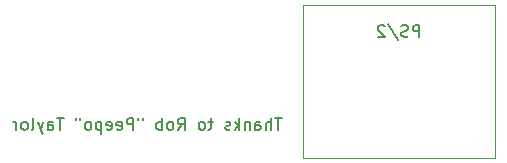
<source format=gbr>
%TF.GenerationSoftware,KiCad,Pcbnew,(6.0.0)*%
%TF.CreationDate,2022-08-27T02:03:40+01:00*%
%TF.ProjectId,AMSK6128r1,414d534b-3631-4323-9872-312e6b696361,rev?*%
%TF.SameCoordinates,Original*%
%TF.FileFunction,Legend,Bot*%
%TF.FilePolarity,Positive*%
%FSLAX46Y46*%
G04 Gerber Fmt 4.6, Leading zero omitted, Abs format (unit mm)*
G04 Created by KiCad (PCBNEW (6.0.0)) date 2022-08-27 02:03:40*
%MOMM*%
%LPD*%
G01*
G04 APERTURE LIST*
%ADD10C,0.150000*%
%ADD11C,0.120000*%
G04 APERTURE END LIST*
D10*
X166066952Y-89876380D02*
X165495523Y-89876380D01*
X165781238Y-90876380D02*
X165781238Y-89876380D01*
X165162190Y-90876380D02*
X165162190Y-89876380D01*
X164733619Y-90876380D02*
X164733619Y-90352571D01*
X164781238Y-90257333D01*
X164876476Y-90209714D01*
X165019333Y-90209714D01*
X165114571Y-90257333D01*
X165162190Y-90304952D01*
X163828857Y-90876380D02*
X163828857Y-90352571D01*
X163876476Y-90257333D01*
X163971714Y-90209714D01*
X164162190Y-90209714D01*
X164257428Y-90257333D01*
X163828857Y-90828761D02*
X163924095Y-90876380D01*
X164162190Y-90876380D01*
X164257428Y-90828761D01*
X164305047Y-90733523D01*
X164305047Y-90638285D01*
X164257428Y-90543047D01*
X164162190Y-90495428D01*
X163924095Y-90495428D01*
X163828857Y-90447809D01*
X163352666Y-90209714D02*
X163352666Y-90876380D01*
X163352666Y-90304952D02*
X163305047Y-90257333D01*
X163209809Y-90209714D01*
X163066952Y-90209714D01*
X162971714Y-90257333D01*
X162924095Y-90352571D01*
X162924095Y-90876380D01*
X162447904Y-90876380D02*
X162447904Y-89876380D01*
X162352666Y-90495428D02*
X162066952Y-90876380D01*
X162066952Y-90209714D02*
X162447904Y-90590666D01*
X161686000Y-90828761D02*
X161590761Y-90876380D01*
X161400285Y-90876380D01*
X161305047Y-90828761D01*
X161257428Y-90733523D01*
X161257428Y-90685904D01*
X161305047Y-90590666D01*
X161400285Y-90543047D01*
X161543142Y-90543047D01*
X161638380Y-90495428D01*
X161686000Y-90400190D01*
X161686000Y-90352571D01*
X161638380Y-90257333D01*
X161543142Y-90209714D01*
X161400285Y-90209714D01*
X161305047Y-90257333D01*
X160209809Y-90209714D02*
X159828857Y-90209714D01*
X160066952Y-89876380D02*
X160066952Y-90733523D01*
X160019333Y-90828761D01*
X159924095Y-90876380D01*
X159828857Y-90876380D01*
X159352666Y-90876380D02*
X159447904Y-90828761D01*
X159495523Y-90781142D01*
X159543142Y-90685904D01*
X159543142Y-90400190D01*
X159495523Y-90304952D01*
X159447904Y-90257333D01*
X159352666Y-90209714D01*
X159209809Y-90209714D01*
X159114571Y-90257333D01*
X159066952Y-90304952D01*
X159019333Y-90400190D01*
X159019333Y-90685904D01*
X159066952Y-90781142D01*
X159114571Y-90828761D01*
X159209809Y-90876380D01*
X159352666Y-90876380D01*
X157257428Y-90876380D02*
X157590761Y-90400190D01*
X157828857Y-90876380D02*
X157828857Y-89876380D01*
X157447904Y-89876380D01*
X157352666Y-89924000D01*
X157305047Y-89971619D01*
X157257428Y-90066857D01*
X157257428Y-90209714D01*
X157305047Y-90304952D01*
X157352666Y-90352571D01*
X157447904Y-90400190D01*
X157828857Y-90400190D01*
X156686000Y-90876380D02*
X156781238Y-90828761D01*
X156828857Y-90781142D01*
X156876476Y-90685904D01*
X156876476Y-90400190D01*
X156828857Y-90304952D01*
X156781238Y-90257333D01*
X156686000Y-90209714D01*
X156543142Y-90209714D01*
X156447904Y-90257333D01*
X156400285Y-90304952D01*
X156352666Y-90400190D01*
X156352666Y-90685904D01*
X156400285Y-90781142D01*
X156447904Y-90828761D01*
X156543142Y-90876380D01*
X156686000Y-90876380D01*
X155924095Y-90876380D02*
X155924095Y-89876380D01*
X155924095Y-90257333D02*
X155828857Y-90209714D01*
X155638380Y-90209714D01*
X155543142Y-90257333D01*
X155495523Y-90304952D01*
X155447904Y-90400190D01*
X155447904Y-90685904D01*
X155495523Y-90781142D01*
X155543142Y-90828761D01*
X155638380Y-90876380D01*
X155828857Y-90876380D01*
X155924095Y-90828761D01*
X154305047Y-89876380D02*
X154305047Y-90066857D01*
X153924095Y-89876380D02*
X153924095Y-90066857D01*
X153495523Y-90876380D02*
X153495523Y-89876380D01*
X153114571Y-89876380D01*
X153019333Y-89924000D01*
X152971714Y-89971619D01*
X152924095Y-90066857D01*
X152924095Y-90209714D01*
X152971714Y-90304952D01*
X153019333Y-90352571D01*
X153114571Y-90400190D01*
X153495523Y-90400190D01*
X152114571Y-90828761D02*
X152209809Y-90876380D01*
X152400285Y-90876380D01*
X152495523Y-90828761D01*
X152543142Y-90733523D01*
X152543142Y-90352571D01*
X152495523Y-90257333D01*
X152400285Y-90209714D01*
X152209809Y-90209714D01*
X152114571Y-90257333D01*
X152066952Y-90352571D01*
X152066952Y-90447809D01*
X152543142Y-90543047D01*
X151257428Y-90828761D02*
X151352666Y-90876380D01*
X151543142Y-90876380D01*
X151638380Y-90828761D01*
X151686000Y-90733523D01*
X151686000Y-90352571D01*
X151638380Y-90257333D01*
X151543142Y-90209714D01*
X151352666Y-90209714D01*
X151257428Y-90257333D01*
X151209809Y-90352571D01*
X151209809Y-90447809D01*
X151686000Y-90543047D01*
X150781238Y-90209714D02*
X150781238Y-91209714D01*
X150781238Y-90257333D02*
X150686000Y-90209714D01*
X150495523Y-90209714D01*
X150400285Y-90257333D01*
X150352666Y-90304952D01*
X150305047Y-90400190D01*
X150305047Y-90685904D01*
X150352666Y-90781142D01*
X150400285Y-90828761D01*
X150495523Y-90876380D01*
X150686000Y-90876380D01*
X150781238Y-90828761D01*
X149733619Y-90876380D02*
X149828857Y-90828761D01*
X149876476Y-90781142D01*
X149924095Y-90685904D01*
X149924095Y-90400190D01*
X149876476Y-90304952D01*
X149828857Y-90257333D01*
X149733619Y-90209714D01*
X149590761Y-90209714D01*
X149495523Y-90257333D01*
X149447904Y-90304952D01*
X149400285Y-90400190D01*
X149400285Y-90685904D01*
X149447904Y-90781142D01*
X149495523Y-90828761D01*
X149590761Y-90876380D01*
X149733619Y-90876380D01*
X149019333Y-89876380D02*
X149019333Y-90066857D01*
X148638380Y-89876380D02*
X148638380Y-90066857D01*
X147590761Y-89876380D02*
X147019333Y-89876380D01*
X147305047Y-90876380D02*
X147305047Y-89876380D01*
X146257428Y-90876380D02*
X146257428Y-90352571D01*
X146305047Y-90257333D01*
X146400285Y-90209714D01*
X146590761Y-90209714D01*
X146686000Y-90257333D01*
X146257428Y-90828761D02*
X146352666Y-90876380D01*
X146590761Y-90876380D01*
X146686000Y-90828761D01*
X146733619Y-90733523D01*
X146733619Y-90638285D01*
X146686000Y-90543047D01*
X146590761Y-90495428D01*
X146352666Y-90495428D01*
X146257428Y-90447809D01*
X145876476Y-90209714D02*
X145638380Y-90876380D01*
X145400285Y-90209714D02*
X145638380Y-90876380D01*
X145733619Y-91114476D01*
X145781238Y-91162095D01*
X145876476Y-91209714D01*
X144876476Y-90876380D02*
X144971714Y-90828761D01*
X145019333Y-90733523D01*
X145019333Y-89876380D01*
X144352666Y-90876380D02*
X144447904Y-90828761D01*
X144495523Y-90781142D01*
X144543142Y-90685904D01*
X144543142Y-90400190D01*
X144495523Y-90304952D01*
X144447904Y-90257333D01*
X144352666Y-90209714D01*
X144209809Y-90209714D01*
X144114571Y-90257333D01*
X144066952Y-90304952D01*
X144019333Y-90400190D01*
X144019333Y-90685904D01*
X144066952Y-90781142D01*
X144114571Y-90828761D01*
X144209809Y-90876380D01*
X144352666Y-90876380D01*
X143590761Y-90876380D02*
X143590761Y-90209714D01*
X143590761Y-90400190D02*
X143543142Y-90304952D01*
X143495523Y-90257333D01*
X143400285Y-90209714D01*
X143305047Y-90209714D01*
%TO.C,J1*%
X177720095Y-83002380D02*
X177720095Y-82002380D01*
X177339142Y-82002380D01*
X177243904Y-82050000D01*
X177196285Y-82097619D01*
X177148666Y-82192857D01*
X177148666Y-82335714D01*
X177196285Y-82430952D01*
X177243904Y-82478571D01*
X177339142Y-82526190D01*
X177720095Y-82526190D01*
X176767714Y-82954761D02*
X176624857Y-83002380D01*
X176386761Y-83002380D01*
X176291523Y-82954761D01*
X176243904Y-82907142D01*
X176196285Y-82811904D01*
X176196285Y-82716666D01*
X176243904Y-82621428D01*
X176291523Y-82573809D01*
X176386761Y-82526190D01*
X176577238Y-82478571D01*
X176672476Y-82430952D01*
X176720095Y-82383333D01*
X176767714Y-82288095D01*
X176767714Y-82192857D01*
X176720095Y-82097619D01*
X176672476Y-82050000D01*
X176577238Y-82002380D01*
X176339142Y-82002380D01*
X176196285Y-82050000D01*
X175053428Y-81954761D02*
X175910571Y-83240476D01*
X174767714Y-82097619D02*
X174720095Y-82050000D01*
X174624857Y-82002380D01*
X174386761Y-82002380D01*
X174291523Y-82050000D01*
X174243904Y-82097619D01*
X174196285Y-82192857D01*
X174196285Y-82288095D01*
X174243904Y-82430952D01*
X174815333Y-83002380D01*
X174196285Y-83002380D01*
D11*
X167892000Y-93300000D02*
X167892000Y-80300000D01*
X184092000Y-93300000D02*
X184092000Y-80300000D01*
X167892000Y-93300000D02*
X184092000Y-93300000D01*
X167892000Y-80300000D02*
X184092000Y-80300000D01*
%TD*%
M02*

</source>
